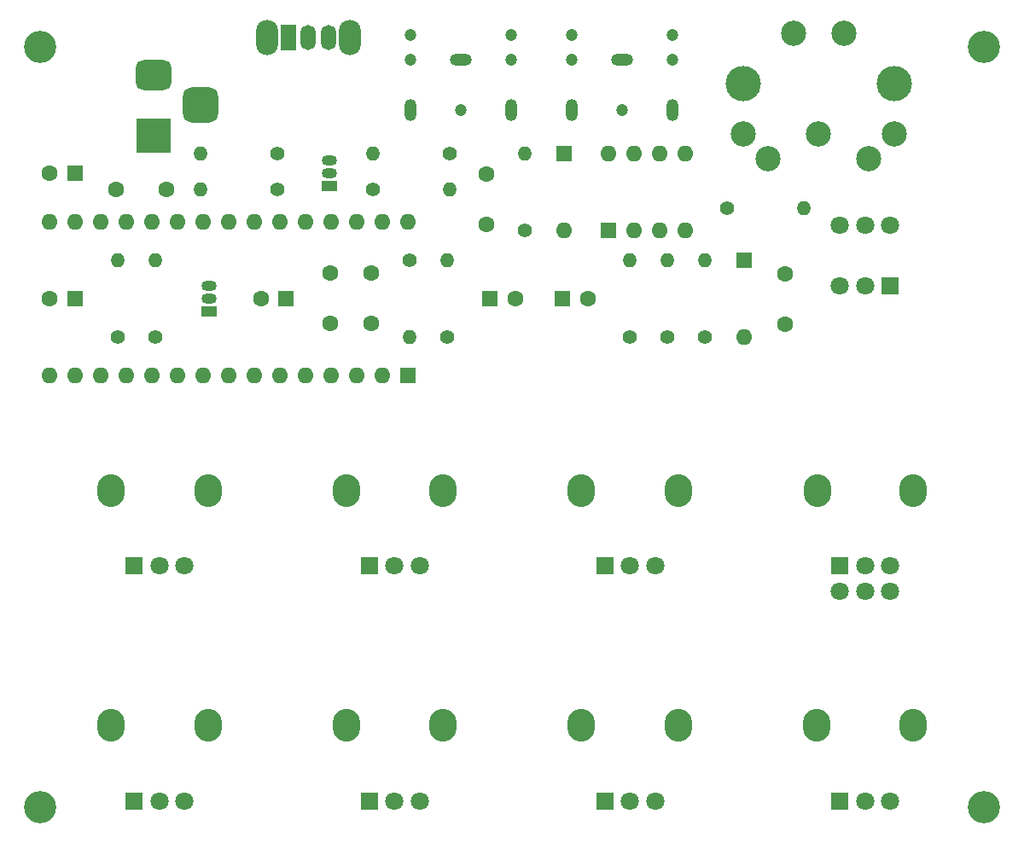
<source format=gbr>
%TF.GenerationSoftware,KiCad,Pcbnew,8.0.8*%
%TF.CreationDate,2025-02-08T23:29:31-05:00*%
%TF.ProjectId,stringy,73747269-6e67-4792-9e6b-696361645f70,rev?*%
%TF.SameCoordinates,Original*%
%TF.FileFunction,Soldermask,Bot*%
%TF.FilePolarity,Negative*%
%FSLAX46Y46*%
G04 Gerber Fmt 4.6, Leading zero omitted, Abs format (unit mm)*
G04 Created by KiCad (PCBNEW 8.0.8) date 2025-02-08 23:29:31*
%MOMM*%
%LPD*%
G01*
G04 APERTURE LIST*
G04 Aperture macros list*
%AMRoundRect*
0 Rectangle with rounded corners*
0 $1 Rounding radius*
0 $2 $3 $4 $5 $6 $7 $8 $9 X,Y pos of 4 corners*
0 Add a 4 corners polygon primitive as box body*
4,1,4,$2,$3,$4,$5,$6,$7,$8,$9,$2,$3,0*
0 Add four circle primitives for the rounded corners*
1,1,$1+$1,$2,$3*
1,1,$1+$1,$4,$5*
1,1,$1+$1,$6,$7*
1,1,$1+$1,$8,$9*
0 Add four rect primitives between the rounded corners*
20,1,$1+$1,$2,$3,$4,$5,0*
20,1,$1+$1,$4,$5,$6,$7,0*
20,1,$1+$1,$6,$7,$8,$9,0*
20,1,$1+$1,$8,$9,$2,$3,0*%
G04 Aperture macros list end*
%ADD10C,1.400000*%
%ADD11O,1.400000X1.400000*%
%ADD12O,2.720000X3.240000*%
%ADD13R,1.800000X1.800000*%
%ADD14C,1.800000*%
%ADD15C,1.600000*%
%ADD16C,3.200000*%
%ADD17R,1.600000X1.600000*%
%ADD18O,1.600000X1.600000*%
%ADD19R,1.500000X1.050000*%
%ADD20O,1.500000X1.050000*%
%ADD21C,1.200000*%
%ADD22O,1.200000X2.200000*%
%ADD23O,2.200000X1.200000*%
%ADD24C,3.500000*%
%ADD25C,2.500000*%
%ADD26R,3.500000X3.500000*%
%ADD27RoundRect,0.750000X-1.000000X0.750000X-1.000000X-0.750000X1.000000X-0.750000X1.000000X0.750000X0*%
%ADD28RoundRect,0.875000X-0.875000X0.875000X-0.875000X-0.875000X0.875000X-0.875000X0.875000X0.875000X0*%
%ADD29O,2.200000X3.500000*%
%ADD30R,1.500000X2.500000*%
%ADD31O,1.500000X2.500000*%
G04 APERTURE END LIST*
D10*
%TO.C,R11*%
X65727387Y-60740832D03*
D11*
X65727387Y-53120832D03*
%TD*%
D12*
%TO.C,RV4*%
X84693333Y-75983334D03*
X94293333Y-75983334D03*
D13*
X86993333Y-83483334D03*
D14*
X89493333Y-83483334D03*
X91993333Y-83483334D03*
%TD*%
D15*
%TO.C,C4*%
X66835018Y-46155000D03*
X61835018Y-46155000D03*
%TD*%
D13*
%TO.C,SW1*%
X138660000Y-55650000D03*
D14*
X136160000Y-55650000D03*
X133660000Y-55650000D03*
X138660000Y-49650000D03*
X136160000Y-49650000D03*
X133660000Y-49650000D03*
%TD*%
D16*
%TO.C,H2*%
X147960000Y-31970000D03*
%TD*%
D10*
%TO.C,R8*%
X94990751Y-42570000D03*
D11*
X87370751Y-42570000D03*
%TD*%
D17*
%TO.C,D2*%
X106327996Y-42600000D03*
D18*
X106327996Y-50220000D03*
%TD*%
D12*
%TO.C,RV1*%
X108026666Y-75983334D03*
X117626666Y-75983334D03*
D13*
X110326666Y-83483334D03*
D14*
X112826666Y-83483334D03*
X115326666Y-83483334D03*
%TD*%
D12*
%TO.C,RV6*%
X131410000Y-75983334D03*
X140910000Y-75983334D03*
D13*
X133660000Y-83483334D03*
D14*
X136160000Y-83483334D03*
X138660000Y-83483334D03*
X133660000Y-85983334D03*
X136160000Y-85983334D03*
X138660000Y-85983334D03*
%TD*%
D12*
%TO.C,RV8*%
X108026666Y-99316668D03*
X117626666Y-99316668D03*
D13*
X110326666Y-106816668D03*
D14*
X112826666Y-106816668D03*
X115326666Y-106816668D03*
%TD*%
D10*
%TO.C,R7*%
X77880262Y-46155000D03*
D11*
X70260262Y-46155000D03*
%TD*%
D19*
%TO.C,Q1*%
X82985506Y-45745001D03*
D20*
X82985506Y-44475001D03*
X82985506Y-43205001D03*
%TD*%
D10*
%TO.C,R10*%
X62018580Y-60740832D03*
D11*
X62018580Y-53120832D03*
%TD*%
D10*
%TO.C,R12*%
X112815963Y-60740832D03*
D11*
X112815963Y-53120832D03*
%TD*%
D17*
%TO.C,C2*%
X98958577Y-56930832D03*
D15*
X101458577Y-56930832D03*
%TD*%
D10*
%TO.C,R1*%
X116524770Y-60740832D03*
D11*
X116524770Y-53120832D03*
%TD*%
D10*
%TO.C,R4*%
X102421996Y-50190000D03*
D11*
X102421996Y-42570000D03*
%TD*%
D12*
%TO.C,RV5*%
X61360000Y-75983334D03*
X70960000Y-75983334D03*
D13*
X63660000Y-83483334D03*
D14*
X66160000Y-83483334D03*
X68660000Y-83483334D03*
%TD*%
D17*
%TO.C,C8*%
X78734999Y-56930832D03*
D15*
X76234999Y-56930832D03*
%TD*%
D16*
%TO.C,H1*%
X54360000Y-31970000D03*
%TD*%
D17*
%TO.C,C3*%
X57770000Y-44475000D03*
D15*
X55270000Y-44475000D03*
%TD*%
D17*
%TO.C,C10*%
X106157157Y-56930832D03*
D15*
X108657157Y-56930832D03*
%TD*%
D10*
%TO.C,R5*%
X77880262Y-42570000D03*
D11*
X70260262Y-42570000D03*
%TD*%
D10*
%TO.C,R3*%
X94709996Y-60740832D03*
D11*
X94709996Y-53120832D03*
%TD*%
D12*
%TO.C,RV3*%
X61360000Y-99316668D03*
X70960000Y-99316668D03*
D13*
X63660000Y-106816668D03*
D14*
X66160000Y-106816668D03*
X68660000Y-106816668D03*
%TD*%
D16*
%TO.C,H4*%
X147960000Y-107380000D03*
%TD*%
D15*
%TO.C,C1*%
X98565996Y-49590000D03*
X98565996Y-44590000D03*
%TD*%
D17*
%TO.C,D1*%
X124142383Y-53160000D03*
D18*
X124142383Y-60780000D03*
%TD*%
D15*
%TO.C,C6*%
X87142383Y-54430832D03*
X87142383Y-59430832D03*
%TD*%
D12*
%TO.C,RV7*%
X131360000Y-99316668D03*
X140960000Y-99316668D03*
D13*
X133660000Y-106816668D03*
D14*
X136160000Y-106816668D03*
X138660000Y-106816668D03*
%TD*%
D16*
%TO.C,H3*%
X54360000Y-107380000D03*
%TD*%
D12*
%TO.C,RV2*%
X84693333Y-99316668D03*
X94293333Y-99316668D03*
D13*
X86993333Y-106816668D03*
D14*
X89493333Y-106816668D03*
X91993333Y-106816668D03*
%TD*%
D19*
%TO.C,Q2*%
X71116193Y-58200833D03*
D20*
X71116193Y-56930833D03*
X71116193Y-55660833D03*
%TD*%
D10*
%TO.C,R13*%
X120233577Y-60740832D03*
D11*
X120233577Y-53120832D03*
%TD*%
D17*
%TO.C,C9*%
X57770000Y-56930832D03*
D15*
X55270000Y-56930832D03*
%TD*%
%TO.C,C7*%
X83133578Y-59430832D03*
X83133578Y-54430832D03*
%TD*%
%TO.C,C5*%
X128201188Y-59500000D03*
X128201188Y-54500000D03*
%TD*%
D10*
%TO.C,R9*%
X91001189Y-53120832D03*
D11*
X91001189Y-60740832D03*
%TD*%
D10*
%TO.C,R6*%
X87370751Y-46155000D03*
D11*
X94990751Y-46155000D03*
%TD*%
D17*
%TO.C,U1*%
X110733996Y-50210000D03*
D18*
X113273996Y-50210000D03*
X115813996Y-50210000D03*
X118353996Y-50210000D03*
X118353996Y-42590000D03*
X115813996Y-42590000D03*
X113273996Y-42590000D03*
X110733996Y-42590000D03*
%TD*%
D10*
%TO.C,R2*%
X122440000Y-47970000D03*
D11*
X130060000Y-47970000D03*
%TD*%
D17*
%TO.C,A1*%
X90830000Y-64540832D03*
D18*
X88290000Y-64540832D03*
X85750000Y-64540832D03*
X83210000Y-64540832D03*
X80670000Y-64540832D03*
X78130000Y-64540832D03*
X75590000Y-64540832D03*
X73050000Y-64540832D03*
X70510000Y-64540832D03*
X67970000Y-64540832D03*
X65430000Y-64540832D03*
X62890000Y-64540832D03*
X60350000Y-64540832D03*
X57810000Y-64540832D03*
X55270000Y-64540832D03*
X55270000Y-49300832D03*
X57810000Y-49300832D03*
X60350000Y-49300832D03*
X62890000Y-49300832D03*
X65430000Y-49300832D03*
X67970000Y-49300832D03*
X70510000Y-49300832D03*
X73050000Y-49300832D03*
X75590000Y-49300832D03*
X78130000Y-49300832D03*
X80670000Y-49300832D03*
X83210000Y-49300832D03*
X85750000Y-49300832D03*
X88290000Y-49300832D03*
X90830000Y-49300832D03*
%TD*%
D21*
%TO.C,J4*%
X107070000Y-30770000D03*
X107070000Y-33270000D03*
X112070000Y-38270000D03*
X117070000Y-30770000D03*
X117070000Y-33270000D03*
D22*
X107070000Y-38270000D03*
D23*
X112070000Y-33270000D03*
D22*
X117070000Y-38270000D03*
%TD*%
D24*
%TO.C,J1*%
X139057500Y-35605000D03*
X124057500Y-35605000D03*
D25*
X139057500Y-40605000D03*
X131557500Y-40605000D03*
X124057500Y-40605000D03*
X136557500Y-43105000D03*
X126557500Y-43105000D03*
X134057500Y-30605000D03*
X129057500Y-30605000D03*
%TD*%
D26*
%TO.C,J2*%
X65562500Y-40770000D03*
D27*
X65562500Y-34770000D03*
D28*
X70262500Y-37770000D03*
%TD*%
D21*
%TO.C,J3*%
X91082500Y-30770000D03*
X91082500Y-33270000D03*
X96082500Y-38270000D03*
X101082500Y-30770000D03*
X101082500Y-33270000D03*
D22*
X91082500Y-38270000D03*
D23*
X96082500Y-33270000D03*
D22*
X101082500Y-38270000D03*
%TD*%
D29*
%TO.C,SW2*%
X76830000Y-31070000D03*
X85030000Y-31070000D03*
D30*
X78930000Y-31070000D03*
D31*
X80930000Y-31070000D03*
X82930000Y-31070000D03*
%TD*%
M02*

</source>
